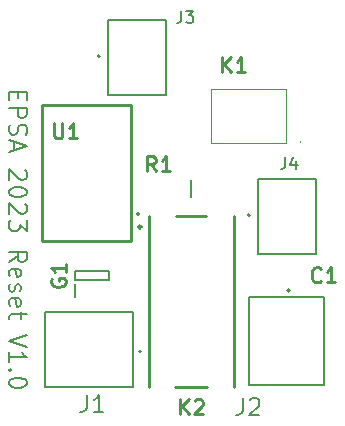
<source format=gbr>
%TF.GenerationSoftware,KiCad,Pcbnew,7.0.2*%
%TF.CreationDate,2023-05-21T22:41:38+02:00*%
%TF.ProjectId,AMS & IMD Reset,414d5320-2620-4494-9d44-205265736574,rev?*%
%TF.SameCoordinates,Original*%
%TF.FileFunction,Legend,Top*%
%TF.FilePolarity,Positive*%
%FSLAX46Y46*%
G04 Gerber Fmt 4.6, Leading zero omitted, Abs format (unit mm)*
G04 Created by KiCad (PCBNEW 7.0.2) date 2023-05-21 22:41:38*
%MOMM*%
%LPD*%
G01*
G04 APERTURE LIST*
%ADD10C,0.150000*%
%ADD11C,0.254000*%
%ADD12C,0.127000*%
%ADD13C,0.200000*%
%ADD14C,0.100000*%
G04 APERTURE END LIST*
D10*
X161127785Y-81480001D02*
X161127785Y-81980001D01*
X160342071Y-82194287D02*
X160342071Y-81480001D01*
X160342071Y-81480001D02*
X161842071Y-81480001D01*
X161842071Y-81480001D02*
X161842071Y-82194287D01*
X160342071Y-82837144D02*
X161842071Y-82837144D01*
X161842071Y-82837144D02*
X161842071Y-83408573D01*
X161842071Y-83408573D02*
X161770642Y-83551430D01*
X161770642Y-83551430D02*
X161699214Y-83622859D01*
X161699214Y-83622859D02*
X161556357Y-83694287D01*
X161556357Y-83694287D02*
X161342071Y-83694287D01*
X161342071Y-83694287D02*
X161199214Y-83622859D01*
X161199214Y-83622859D02*
X161127785Y-83551430D01*
X161127785Y-83551430D02*
X161056357Y-83408573D01*
X161056357Y-83408573D02*
X161056357Y-82837144D01*
X160413500Y-84265716D02*
X160342071Y-84480002D01*
X160342071Y-84480002D02*
X160342071Y-84837144D01*
X160342071Y-84837144D02*
X160413500Y-84980002D01*
X160413500Y-84980002D02*
X160484928Y-85051430D01*
X160484928Y-85051430D02*
X160627785Y-85122859D01*
X160627785Y-85122859D02*
X160770642Y-85122859D01*
X160770642Y-85122859D02*
X160913500Y-85051430D01*
X160913500Y-85051430D02*
X160984928Y-84980002D01*
X160984928Y-84980002D02*
X161056357Y-84837144D01*
X161056357Y-84837144D02*
X161127785Y-84551430D01*
X161127785Y-84551430D02*
X161199214Y-84408573D01*
X161199214Y-84408573D02*
X161270642Y-84337144D01*
X161270642Y-84337144D02*
X161413500Y-84265716D01*
X161413500Y-84265716D02*
X161556357Y-84265716D01*
X161556357Y-84265716D02*
X161699214Y-84337144D01*
X161699214Y-84337144D02*
X161770642Y-84408573D01*
X161770642Y-84408573D02*
X161842071Y-84551430D01*
X161842071Y-84551430D02*
X161842071Y-84908573D01*
X161842071Y-84908573D02*
X161770642Y-85122859D01*
X160770642Y-85694287D02*
X160770642Y-86408573D01*
X160342071Y-85551430D02*
X161842071Y-86051430D01*
X161842071Y-86051430D02*
X160342071Y-86551430D01*
X161699214Y-88122858D02*
X161770642Y-88194286D01*
X161770642Y-88194286D02*
X161842071Y-88337144D01*
X161842071Y-88337144D02*
X161842071Y-88694286D01*
X161842071Y-88694286D02*
X161770642Y-88837144D01*
X161770642Y-88837144D02*
X161699214Y-88908572D01*
X161699214Y-88908572D02*
X161556357Y-88980001D01*
X161556357Y-88980001D02*
X161413500Y-88980001D01*
X161413500Y-88980001D02*
X161199214Y-88908572D01*
X161199214Y-88908572D02*
X160342071Y-88051429D01*
X160342071Y-88051429D02*
X160342071Y-88980001D01*
X161842071Y-89908572D02*
X161842071Y-90051429D01*
X161842071Y-90051429D02*
X161770642Y-90194286D01*
X161770642Y-90194286D02*
X161699214Y-90265715D01*
X161699214Y-90265715D02*
X161556357Y-90337143D01*
X161556357Y-90337143D02*
X161270642Y-90408572D01*
X161270642Y-90408572D02*
X160913500Y-90408572D01*
X160913500Y-90408572D02*
X160627785Y-90337143D01*
X160627785Y-90337143D02*
X160484928Y-90265715D01*
X160484928Y-90265715D02*
X160413500Y-90194286D01*
X160413500Y-90194286D02*
X160342071Y-90051429D01*
X160342071Y-90051429D02*
X160342071Y-89908572D01*
X160342071Y-89908572D02*
X160413500Y-89765715D01*
X160413500Y-89765715D02*
X160484928Y-89694286D01*
X160484928Y-89694286D02*
X160627785Y-89622857D01*
X160627785Y-89622857D02*
X160913500Y-89551429D01*
X160913500Y-89551429D02*
X161270642Y-89551429D01*
X161270642Y-89551429D02*
X161556357Y-89622857D01*
X161556357Y-89622857D02*
X161699214Y-89694286D01*
X161699214Y-89694286D02*
X161770642Y-89765715D01*
X161770642Y-89765715D02*
X161842071Y-89908572D01*
X161699214Y-90980000D02*
X161770642Y-91051428D01*
X161770642Y-91051428D02*
X161842071Y-91194286D01*
X161842071Y-91194286D02*
X161842071Y-91551428D01*
X161842071Y-91551428D02*
X161770642Y-91694286D01*
X161770642Y-91694286D02*
X161699214Y-91765714D01*
X161699214Y-91765714D02*
X161556357Y-91837143D01*
X161556357Y-91837143D02*
X161413500Y-91837143D01*
X161413500Y-91837143D02*
X161199214Y-91765714D01*
X161199214Y-91765714D02*
X160342071Y-90908571D01*
X160342071Y-90908571D02*
X160342071Y-91837143D01*
X161842071Y-92337142D02*
X161842071Y-93265714D01*
X161842071Y-93265714D02*
X161270642Y-92765714D01*
X161270642Y-92765714D02*
X161270642Y-92979999D01*
X161270642Y-92979999D02*
X161199214Y-93122857D01*
X161199214Y-93122857D02*
X161127785Y-93194285D01*
X161127785Y-93194285D02*
X160984928Y-93265714D01*
X160984928Y-93265714D02*
X160627785Y-93265714D01*
X160627785Y-93265714D02*
X160484928Y-93194285D01*
X160484928Y-93194285D02*
X160413500Y-93122857D01*
X160413500Y-93122857D02*
X160342071Y-92979999D01*
X160342071Y-92979999D02*
X160342071Y-92551428D01*
X160342071Y-92551428D02*
X160413500Y-92408571D01*
X160413500Y-92408571D02*
X160484928Y-92337142D01*
X160342071Y-95908570D02*
X161056357Y-95408570D01*
X160342071Y-95051427D02*
X161842071Y-95051427D01*
X161842071Y-95051427D02*
X161842071Y-95622856D01*
X161842071Y-95622856D02*
X161770642Y-95765713D01*
X161770642Y-95765713D02*
X161699214Y-95837142D01*
X161699214Y-95837142D02*
X161556357Y-95908570D01*
X161556357Y-95908570D02*
X161342071Y-95908570D01*
X161342071Y-95908570D02*
X161199214Y-95837142D01*
X161199214Y-95837142D02*
X161127785Y-95765713D01*
X161127785Y-95765713D02*
X161056357Y-95622856D01*
X161056357Y-95622856D02*
X161056357Y-95051427D01*
X160413500Y-97122856D02*
X160342071Y-96979999D01*
X160342071Y-96979999D02*
X160342071Y-96694285D01*
X160342071Y-96694285D02*
X160413500Y-96551427D01*
X160413500Y-96551427D02*
X160556357Y-96479999D01*
X160556357Y-96479999D02*
X161127785Y-96479999D01*
X161127785Y-96479999D02*
X161270642Y-96551427D01*
X161270642Y-96551427D02*
X161342071Y-96694285D01*
X161342071Y-96694285D02*
X161342071Y-96979999D01*
X161342071Y-96979999D02*
X161270642Y-97122856D01*
X161270642Y-97122856D02*
X161127785Y-97194285D01*
X161127785Y-97194285D02*
X160984928Y-97194285D01*
X160984928Y-97194285D02*
X160842071Y-96479999D01*
X160413500Y-97765713D02*
X160342071Y-97908570D01*
X160342071Y-97908570D02*
X160342071Y-98194284D01*
X160342071Y-98194284D02*
X160413500Y-98337141D01*
X160413500Y-98337141D02*
X160556357Y-98408570D01*
X160556357Y-98408570D02*
X160627785Y-98408570D01*
X160627785Y-98408570D02*
X160770642Y-98337141D01*
X160770642Y-98337141D02*
X160842071Y-98194284D01*
X160842071Y-98194284D02*
X160842071Y-97979999D01*
X160842071Y-97979999D02*
X160913500Y-97837141D01*
X160913500Y-97837141D02*
X161056357Y-97765713D01*
X161056357Y-97765713D02*
X161127785Y-97765713D01*
X161127785Y-97765713D02*
X161270642Y-97837141D01*
X161270642Y-97837141D02*
X161342071Y-97979999D01*
X161342071Y-97979999D02*
X161342071Y-98194284D01*
X161342071Y-98194284D02*
X161270642Y-98337141D01*
X160413500Y-99622856D02*
X160342071Y-99479999D01*
X160342071Y-99479999D02*
X160342071Y-99194285D01*
X160342071Y-99194285D02*
X160413500Y-99051427D01*
X160413500Y-99051427D02*
X160556357Y-98979999D01*
X160556357Y-98979999D02*
X161127785Y-98979999D01*
X161127785Y-98979999D02*
X161270642Y-99051427D01*
X161270642Y-99051427D02*
X161342071Y-99194285D01*
X161342071Y-99194285D02*
X161342071Y-99479999D01*
X161342071Y-99479999D02*
X161270642Y-99622856D01*
X161270642Y-99622856D02*
X161127785Y-99694285D01*
X161127785Y-99694285D02*
X160984928Y-99694285D01*
X160984928Y-99694285D02*
X160842071Y-98979999D01*
X161342071Y-100122856D02*
X161342071Y-100694284D01*
X161842071Y-100337141D02*
X160556357Y-100337141D01*
X160556357Y-100337141D02*
X160413500Y-100408570D01*
X160413500Y-100408570D02*
X160342071Y-100551427D01*
X160342071Y-100551427D02*
X160342071Y-100694284D01*
X161842071Y-102122856D02*
X160342071Y-102622856D01*
X160342071Y-102622856D02*
X161842071Y-103122856D01*
X160342071Y-104408570D02*
X160342071Y-103551427D01*
X160342071Y-103979998D02*
X161842071Y-103979998D01*
X161842071Y-103979998D02*
X161627785Y-103837141D01*
X161627785Y-103837141D02*
X161484928Y-103694284D01*
X161484928Y-103694284D02*
X161413500Y-103551427D01*
X160484928Y-105051426D02*
X160413500Y-105122855D01*
X160413500Y-105122855D02*
X160342071Y-105051426D01*
X160342071Y-105051426D02*
X160413500Y-104979998D01*
X160413500Y-104979998D02*
X160484928Y-105051426D01*
X160484928Y-105051426D02*
X160342071Y-105051426D01*
X161842071Y-106051427D02*
X161842071Y-106194284D01*
X161842071Y-106194284D02*
X161770642Y-106337141D01*
X161770642Y-106337141D02*
X161699214Y-106408570D01*
X161699214Y-106408570D02*
X161556357Y-106479998D01*
X161556357Y-106479998D02*
X161270642Y-106551427D01*
X161270642Y-106551427D02*
X160913500Y-106551427D01*
X160913500Y-106551427D02*
X160627785Y-106479998D01*
X160627785Y-106479998D02*
X160484928Y-106408570D01*
X160484928Y-106408570D02*
X160413500Y-106337141D01*
X160413500Y-106337141D02*
X160342071Y-106194284D01*
X160342071Y-106194284D02*
X160342071Y-106051427D01*
X160342071Y-106051427D02*
X160413500Y-105908570D01*
X160413500Y-105908570D02*
X160484928Y-105837141D01*
X160484928Y-105837141D02*
X160627785Y-105765712D01*
X160627785Y-105765712D02*
X160913500Y-105694284D01*
X160913500Y-105694284D02*
X161270642Y-105694284D01*
X161270642Y-105694284D02*
X161556357Y-105765712D01*
X161556357Y-105765712D02*
X161699214Y-105837141D01*
X161699214Y-105837141D02*
X161770642Y-105908570D01*
X161770642Y-105908570D02*
X161842071Y-106051427D01*
%TO.C,J2*%
X180127333Y-107451666D02*
X180127333Y-108451666D01*
X180127333Y-108451666D02*
X180060666Y-108651666D01*
X180060666Y-108651666D02*
X179927333Y-108785000D01*
X179927333Y-108785000D02*
X179727333Y-108851666D01*
X179727333Y-108851666D02*
X179594000Y-108851666D01*
X180727333Y-107585000D02*
X180794000Y-107518333D01*
X180794000Y-107518333D02*
X180927333Y-107451666D01*
X180927333Y-107451666D02*
X181260667Y-107451666D01*
X181260667Y-107451666D02*
X181394000Y-107518333D01*
X181394000Y-107518333D02*
X181460667Y-107585000D01*
X181460667Y-107585000D02*
X181527333Y-107718333D01*
X181527333Y-107718333D02*
X181527333Y-107851666D01*
X181527333Y-107851666D02*
X181460667Y-108051666D01*
X181460667Y-108051666D02*
X180660667Y-108851666D01*
X180660667Y-108851666D02*
X181527333Y-108851666D01*
%TO.C,J1*%
X166919333Y-107197666D02*
X166919333Y-108197666D01*
X166919333Y-108197666D02*
X166852666Y-108397666D01*
X166852666Y-108397666D02*
X166719333Y-108531000D01*
X166719333Y-108531000D02*
X166519333Y-108597666D01*
X166519333Y-108597666D02*
X166386000Y-108597666D01*
X168319333Y-108597666D02*
X167519333Y-108597666D01*
X167919333Y-108597666D02*
X167919333Y-107197666D01*
X167919333Y-107197666D02*
X167786000Y-107397666D01*
X167786000Y-107397666D02*
X167652667Y-107531000D01*
X167652667Y-107531000D02*
X167519333Y-107597666D01*
%TO.C,*%
D11*
%TO.C,C1*%
X186732333Y-97494573D02*
X186671857Y-97555050D01*
X186671857Y-97555050D02*
X186490428Y-97615526D01*
X186490428Y-97615526D02*
X186369476Y-97615526D01*
X186369476Y-97615526D02*
X186188047Y-97555050D01*
X186188047Y-97555050D02*
X186067095Y-97434097D01*
X186067095Y-97434097D02*
X186006618Y-97313145D01*
X186006618Y-97313145D02*
X185946142Y-97071240D01*
X185946142Y-97071240D02*
X185946142Y-96889811D01*
X185946142Y-96889811D02*
X186006618Y-96647907D01*
X186006618Y-96647907D02*
X186067095Y-96526954D01*
X186067095Y-96526954D02*
X186188047Y-96406002D01*
X186188047Y-96406002D02*
X186369476Y-96345526D01*
X186369476Y-96345526D02*
X186490428Y-96345526D01*
X186490428Y-96345526D02*
X186671857Y-96406002D01*
X186671857Y-96406002D02*
X186732333Y-96466478D01*
X187941857Y-97615526D02*
X187216142Y-97615526D01*
X187578999Y-97615526D02*
X187578999Y-96345526D01*
X187578999Y-96345526D02*
X187458047Y-96526954D01*
X187458047Y-96526954D02*
X187337095Y-96647907D01*
X187337095Y-96647907D02*
X187216142Y-96708383D01*
D10*
%TO.C,J3*%
X174926666Y-74646619D02*
X174926666Y-75360904D01*
X174926666Y-75360904D02*
X174879047Y-75503761D01*
X174879047Y-75503761D02*
X174783809Y-75599000D01*
X174783809Y-75599000D02*
X174640952Y-75646619D01*
X174640952Y-75646619D02*
X174545714Y-75646619D01*
X175307619Y-74646619D02*
X175926666Y-74646619D01*
X175926666Y-74646619D02*
X175593333Y-75027571D01*
X175593333Y-75027571D02*
X175736190Y-75027571D01*
X175736190Y-75027571D02*
X175831428Y-75075190D01*
X175831428Y-75075190D02*
X175879047Y-75122809D01*
X175879047Y-75122809D02*
X175926666Y-75218047D01*
X175926666Y-75218047D02*
X175926666Y-75456142D01*
X175926666Y-75456142D02*
X175879047Y-75551380D01*
X175879047Y-75551380D02*
X175831428Y-75599000D01*
X175831428Y-75599000D02*
X175736190Y-75646619D01*
X175736190Y-75646619D02*
X175450476Y-75646619D01*
X175450476Y-75646619D02*
X175355238Y-75599000D01*
X175355238Y-75599000D02*
X175307619Y-75551380D01*
D11*
%TO.C,G1*%
X163942963Y-97300142D02*
X163882487Y-97421095D01*
X163882487Y-97421095D02*
X163882487Y-97602523D01*
X163882487Y-97602523D02*
X163942963Y-97783952D01*
X163942963Y-97783952D02*
X164063915Y-97904904D01*
X164063915Y-97904904D02*
X164184868Y-97965381D01*
X164184868Y-97965381D02*
X164426772Y-98025857D01*
X164426772Y-98025857D02*
X164608201Y-98025857D01*
X164608201Y-98025857D02*
X164850106Y-97965381D01*
X164850106Y-97965381D02*
X164971058Y-97904904D01*
X164971058Y-97904904D02*
X165092011Y-97783952D01*
X165092011Y-97783952D02*
X165152487Y-97602523D01*
X165152487Y-97602523D02*
X165152487Y-97481571D01*
X165152487Y-97481571D02*
X165092011Y-97300142D01*
X165092011Y-97300142D02*
X165031534Y-97239666D01*
X165031534Y-97239666D02*
X164608201Y-97239666D01*
X164608201Y-97239666D02*
X164608201Y-97481571D01*
X165152487Y-96030142D02*
X165152487Y-96755857D01*
X165152487Y-96393000D02*
X163882487Y-96393000D01*
X163882487Y-96393000D02*
X164063915Y-96513952D01*
X164063915Y-96513952D02*
X164184868Y-96634904D01*
X164184868Y-96634904D02*
X164245344Y-96755857D01*
%TO.C,U1*%
X164132380Y-84153526D02*
X164132380Y-85181621D01*
X164132380Y-85181621D02*
X164192857Y-85302573D01*
X164192857Y-85302573D02*
X164253333Y-85363050D01*
X164253333Y-85363050D02*
X164374285Y-85423526D01*
X164374285Y-85423526D02*
X164616190Y-85423526D01*
X164616190Y-85423526D02*
X164737142Y-85363050D01*
X164737142Y-85363050D02*
X164797619Y-85302573D01*
X164797619Y-85302573D02*
X164858095Y-85181621D01*
X164858095Y-85181621D02*
X164858095Y-84153526D01*
X166128095Y-85423526D02*
X165402380Y-85423526D01*
X165765237Y-85423526D02*
X165765237Y-84153526D01*
X165765237Y-84153526D02*
X165644285Y-84334954D01*
X165644285Y-84334954D02*
X165523333Y-84455907D01*
X165523333Y-84455907D02*
X165402380Y-84516383D01*
D10*
%TO.C,*%
D11*
%TO.C,K2*%
X174830618Y-108791526D02*
X174830618Y-107521526D01*
X175556333Y-108791526D02*
X175012047Y-108065811D01*
X175556333Y-107521526D02*
X174830618Y-108247240D01*
X176040142Y-107642478D02*
X176100618Y-107582002D01*
X176100618Y-107582002D02*
X176221571Y-107521526D01*
X176221571Y-107521526D02*
X176523952Y-107521526D01*
X176523952Y-107521526D02*
X176644904Y-107582002D01*
X176644904Y-107582002D02*
X176705380Y-107642478D01*
X176705380Y-107642478D02*
X176765857Y-107763430D01*
X176765857Y-107763430D02*
X176765857Y-107884383D01*
X176765857Y-107884383D02*
X176705380Y-108065811D01*
X176705380Y-108065811D02*
X175979666Y-108791526D01*
X175979666Y-108791526D02*
X176765857Y-108791526D01*
%TO.C,K1*%
X178386618Y-79835526D02*
X178386618Y-78565526D01*
X179112333Y-79835526D02*
X178568047Y-79109811D01*
X179112333Y-78565526D02*
X178386618Y-79291240D01*
X180321857Y-79835526D02*
X179596142Y-79835526D01*
X179958999Y-79835526D02*
X179958999Y-78565526D01*
X179958999Y-78565526D02*
X179838047Y-78746954D01*
X179838047Y-78746954D02*
X179717095Y-78867907D01*
X179717095Y-78867907D02*
X179596142Y-78928383D01*
D10*
%TO.C,*%
%TO.C,J4*%
X183717666Y-87025619D02*
X183717666Y-87739904D01*
X183717666Y-87739904D02*
X183670047Y-87882761D01*
X183670047Y-87882761D02*
X183574809Y-87978000D01*
X183574809Y-87978000D02*
X183431952Y-88025619D01*
X183431952Y-88025619D02*
X183336714Y-88025619D01*
X184622428Y-87358952D02*
X184622428Y-88025619D01*
X184384333Y-86978000D02*
X184146238Y-87692285D01*
X184146238Y-87692285D02*
X184765285Y-87692285D01*
%TO.C,*%
D11*
%TO.C,R1*%
X172762333Y-88217526D02*
X172338999Y-87612764D01*
X172036618Y-88217526D02*
X172036618Y-86947526D01*
X172036618Y-86947526D02*
X172520428Y-86947526D01*
X172520428Y-86947526D02*
X172641380Y-87008002D01*
X172641380Y-87008002D02*
X172701857Y-87068478D01*
X172701857Y-87068478D02*
X172762333Y-87189430D01*
X172762333Y-87189430D02*
X172762333Y-87370859D01*
X172762333Y-87370859D02*
X172701857Y-87491811D01*
X172701857Y-87491811D02*
X172641380Y-87552288D01*
X172641380Y-87552288D02*
X172520428Y-87612764D01*
X172520428Y-87612764D02*
X172036618Y-87612764D01*
X173971857Y-88217526D02*
X173246142Y-88217526D01*
X173608999Y-88217526D02*
X173608999Y-86947526D01*
X173608999Y-86947526D02*
X173488047Y-87128954D01*
X173488047Y-87128954D02*
X173367095Y-87249907D01*
X173367095Y-87249907D02*
X173246142Y-87310383D01*
D12*
%TO.C,J2*%
X186996000Y-98881000D02*
X180646000Y-98881000D01*
X180646000Y-98881000D02*
X180646000Y-106351000D01*
X186996000Y-106351000D02*
X186996000Y-98881000D01*
X180646000Y-106351000D02*
X186996000Y-106351000D01*
D13*
X184096000Y-98316000D02*
G75*
G03*
X184096000Y-98316000I-100000J0D01*
G01*
D12*
%TO.C,J1*%
X170867000Y-106478000D02*
X170867000Y-100128000D01*
X170867000Y-100128000D02*
X163397000Y-100128000D01*
X163397000Y-106478000D02*
X170867000Y-106478000D01*
X163397000Y-100128000D02*
X163397000Y-106478000D01*
D13*
X171532000Y-103478000D02*
G75*
G03*
X171532000Y-103478000I-100000J0D01*
G01*
D12*
%TO.C,J3*%
X168731000Y-75386000D02*
X173661000Y-75386000D01*
X168731000Y-81736000D02*
X168731000Y-75386000D01*
X173661000Y-75386000D02*
X173661000Y-81736000D01*
X173661000Y-81736000D02*
X168731000Y-81736000D01*
D13*
X168026000Y-78486000D02*
G75*
G03*
X168026000Y-78486000I-100000J0D01*
G01*
%TO.C,G1*%
X165886000Y-98903000D02*
X165886000Y-97753000D01*
X165936000Y-97403000D02*
X165936000Y-96653000D01*
X168836000Y-97403000D02*
X165936000Y-97403000D01*
X165936000Y-96653000D02*
X168836000Y-96653000D01*
X168836000Y-96653000D02*
X168836000Y-97403000D01*
D11*
%TO.C,U1*%
X163106000Y-94142000D02*
X170656000Y-94142000D01*
X170656000Y-94142000D02*
X170656000Y-82642000D01*
X163106000Y-82642000D02*
X163106000Y-94142000D01*
X170656000Y-82642000D02*
X163106000Y-82642000D01*
X171358000Y-91836000D02*
G75*
G03*
X171358000Y-91836000I-89000J0D01*
G01*
%TO.C,K2*%
X179368000Y-92014000D02*
X179368000Y-106514000D01*
X177041000Y-92014000D02*
X174462000Y-92014000D01*
X172168000Y-92014000D02*
X172168000Y-106514000D01*
X177130000Y-106514000D02*
X174373000Y-106514000D01*
X171550810Y-92933000D02*
G75*
G03*
X171550810Y-92933000I-134810J0D01*
G01*
D14*
%TO.C,K1*%
X177419000Y-85852000D02*
X177419000Y-81280000D01*
X183769000Y-85852000D02*
X177419000Y-85852000D01*
X184994000Y-85766000D02*
X184994000Y-85766000D01*
X184994000Y-85666000D02*
X184994000Y-85666000D01*
X177419000Y-81280000D02*
X183769000Y-81280000D01*
X183769000Y-81280000D02*
X183769000Y-85852000D01*
X184994000Y-85666000D02*
G75*
G03*
X184994000Y-85766000I0J-50000D01*
G01*
X184994000Y-85766000D02*
G75*
G03*
X184994000Y-85666000I0J50000D01*
G01*
D12*
%TO.C,J4*%
X181431000Y-88848000D02*
X186361000Y-88848000D01*
X181431000Y-95198000D02*
X181431000Y-88848000D01*
X186361000Y-88848000D02*
X186361000Y-95198000D01*
X186361000Y-95198000D02*
X181431000Y-95198000D01*
D13*
X180726000Y-91948000D02*
G75*
G03*
X180726000Y-91948000I-100000J0D01*
G01*
%TO.C,R1*%
X175768000Y-88962000D02*
X175768000Y-90362000D01*
%TD*%
M02*

</source>
